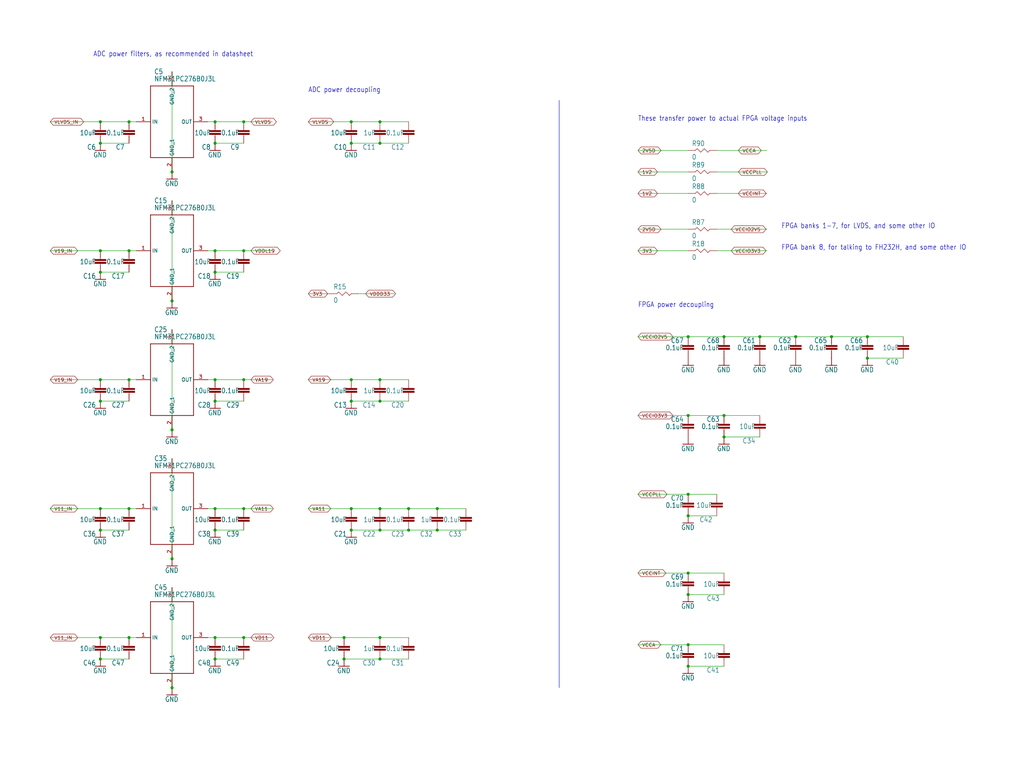
<source format=kicad_sch>
(kicad_sch (version 20231120) (generator "eeschema") (generator_version "8.0")
  (paper "User" 362.864 269.443)
  (lib_symbols
    (symbol "haasoscope_pro_adc_fpga_board-eagle-import:CAPACITOR_0402_N"
      (symbol "CAPACITOR_0402_N_1_0"
        (rectangle (start -2.032 -2.032) (end 2.032 -1.524) (fill (type outline)))
        (rectangle (start -2.032 -1.016) (end 2.032 -0.508) (fill (type outline)))
        (polyline (pts (xy 0 -2.54) (xy 0 -2.032)) (stroke (width 0.1524)))
        (polyline (pts (xy 0 0) (xy 0 -0.508)) (stroke (width 0.1524)))
        (pin passive line (at 0 2.54 270) (length 2.54) (name "1") (number "1"))
        (pin passive line (at 0 -5.08 90) (length 2.54) (name "2") (number "2"))
      )
    )
    (symbol "haasoscope_pro_adc_fpga_board-eagle-import:CAPACITOR_0805_N"
      (symbol "CAPACITOR_0805_N_1_0"
        (rectangle (start -2.032 -2.032) (end 2.032 -1.524) (fill (type outline)))
        (rectangle (start -2.032 -1.016) (end 2.032 -0.508) (fill (type outline)))
        (polyline (pts (xy 0 -2.54) (xy 0 -2.032)) (stroke (width 0.1524)))
        (polyline (pts (xy 0 0) (xy 0 -0.508)) (stroke (width 0.1524)))
        (pin passive line (at 0 2.54 270) (length 2.54) (name "1") (number "1"))
        (pin passive line (at 0 -5.08 90) (length 2.54) (name "2") (number "2"))
      )
    )
    (symbol "haasoscope_pro_adc_fpga_board-eagle-import:GND" (power)
      (symbol "GND_1_0"
        (polyline (pts (xy -1.905 0) (xy 1.905 0)) (stroke (width 0.254)))
        (pin power_in line (at 0 2.54 270) (length 2.54) (name "GND") (number "1"))
      )
    )
    (symbol "haasoscope_pro_adc_fpga_board-eagle-import:NFM31PC276B0J3L"
      (property "Reference" "C" (at 21.59 17.78 0))
      (symbol "NFM31PC276B0J3L_1_0"
        (polyline (pts (xy 5.08 12.7) (xy 5.08 -12.7)) (stroke (width 0.254)))
        (polyline (pts (xy 5.08 12.7) (xy 20.32 12.7)) (stroke (width 0.254)))
        (polyline (pts (xy 20.32 -12.7) (xy 5.08 -12.7)) (stroke (width 0.254)))
        (polyline (pts (xy 20.32 -12.7) (xy 20.32 12.7)) (stroke (width 0.254)))
        (pin bidirectional line (at 0 0 0) (length 5.08) (name "IN") (number "1"))
        (pin bidirectional line (at 12.7 -17.78 90) (length 5.08) (name "GND_1") (number "2"))
        (pin bidirectional line (at 25.4 0 180) (length 5.08) (name "OUT") (number "3"))
        (pin bidirectional line (at 12.7 17.78 270) (length 5.08) (name "GND_2") (number "4"))
      )
    )
    (symbol "haasoscope_pro_adc_fpga_board-eagle-import:RES-0402"
      (property "Reference" "R" (at -3.175 1.27 0))
      (symbol "RES-0402_1_0"
        (polyline (pts (xy -2.54 0) (xy -1.905 0.635)) (stroke (width 0.1524)))
        (polyline (pts (xy -1.905 0.635) (xy -0.635 -0.635)) (stroke (width 0.1524)))
        (polyline (pts (xy -0.635 -0.635) (xy 0.635 0.635)) (stroke (width 0.1524)))
        (polyline (pts (xy 0.635 0.635) (xy 1.905 -0.635)) (stroke (width 0.1524)))
        (polyline (pts (xy 1.905 -0.635) (xy 2.54 0)) (stroke (width 0.1524)))
        (pin bidirectional line (at -5.08 0 0) (length 2.54) (name "P$1") (number "P$1"))
        (pin bidirectional line (at 5.08 0 180) (length 2.54) (name "P$2") (number "P$2"))
      )
    )
    (symbol "haasoscope_pro_adc_fpga_board-eagle-import:supply1_GND" (power)
      (symbol "supply1_GND_1_0"
        (polyline (pts (xy -1.905 0) (xy 1.905 0)) (stroke (width 0.254)))
        (pin power_in line (at 0 2.54 270) (length 2.54) (name "GND") (number "1"))
      )
    )
  )
  (junction (at 307.34 127))
  (junction (at 76.2 96.52))
  (junction (at 86.36 88.9))
  (junction (at 45.72 134.62))
  (junction (at 134.62 226.06))
  (junction (at 256.54 119.38))
  (junction (at 60.96 106.68))
  (junction (at 60.96 152.4))
  (junction (at 243.84 147.32))
  (junction (at 124.46 142.24))
  (junction (at 60.96 198.12))
  (junction (at 124.46 187.96))
  (junction (at 86.36 226.06))
  (junction (at 35.56 134.62))
  (junction (at 76.2 233.68))
  (junction (at 35.56 180.34))
  (junction (at 76.2 134.62))
  (junction (at 76.2 88.9))
  (junction (at 307.34 119.38))
  (junction (at 144.78 180.34))
  (junction (at 76.2 180.34))
  (junction (at 86.36 134.62))
  (junction (at 76.2 187.96))
  (junction (at 76.2 142.24))
  (junction (at 134.62 134.62))
  (junction (at 45.72 43.18))
  (junction (at 134.62 180.34))
  (junction (at 243.84 175.26))
  (junction (at 76.2 50.8))
  (junction (at 281.94 119.38))
  (junction (at 35.56 187.96))
  (junction (at 35.56 226.06))
  (junction (at 35.56 50.8))
  (junction (at 243.84 203.2))
  (junction (at 35.56 233.68))
  (junction (at 121.92 233.68))
  (junction (at 121.92 226.06))
  (junction (at 76.2 226.06))
  (junction (at 60.96 60.96))
  (junction (at 269.24 119.38))
  (junction (at 154.94 187.96))
  (junction (at 144.78 187.96))
  (junction (at 134.62 233.68))
  (junction (at 76.2 43.18))
  (junction (at 124.46 134.62))
  (junction (at 45.72 226.06))
  (junction (at 243.84 182.88))
  (junction (at 45.72 180.34))
  (junction (at 134.62 142.24))
  (junction (at 134.62 50.8))
  (junction (at 35.56 96.52))
  (junction (at 134.62 187.96))
  (junction (at 45.72 88.9))
  (junction (at 243.84 119.38))
  (junction (at 243.84 210.82))
  (junction (at 256.54 147.32))
  (junction (at 243.84 228.6))
  (junction (at 35.56 43.18))
  (junction (at 134.62 43.18))
  (junction (at 294.64 119.38))
  (junction (at 124.46 50.8))
  (junction (at 256.54 154.94))
  (junction (at 154.94 180.34))
  (junction (at 35.56 142.24))
  (junction (at 86.36 180.34))
  (junction (at 35.56 88.9))
  (junction (at 86.36 43.18))
  (junction (at 243.84 236.22))
  (junction (at 124.46 43.18))
  (junction (at 124.46 180.34))
  (junction (at 60.96 243.84))
  (wire (pts (xy 269.24 147.32) (xy 256.54 147.32)) (stroke (width 0.1524)))
  (wire (pts (xy 320.04 119.38) (xy 307.34 119.38)) (stroke (width 0.1524)))
  (wire (pts (xy 45.72 142.24) (xy 35.56 142.24)) (stroke (width 0.1524)))
  (wire (pts (xy 35.56 88.9) (xy 17.78 88.9)) (stroke (width 0.1524)))
  (wire (pts (xy 127 104.14) (xy 139.7 104.14)) (stroke (width 0.1524)))
  (wire (pts (xy 154.94 180.34) (xy 165.1 180.34)) (stroke (width 0.1524)))
  (wire (pts (xy 243.84 210.82) (xy 256.54 210.82)) (stroke (width 0.1524)))
  (wire (pts (xy 271.78 68.58) (xy 254 68.58)) (stroke (width 0.1524)))
  (wire (pts (xy 134.62 226.06) (xy 121.92 226.06)) (stroke (width 0.1524)))
  (wire (pts (xy 269.24 119.38) (xy 256.54 119.38)) (stroke (width 0.1524)))
  (wire (pts (xy 86.36 88.9) (xy 96.52 88.9)) (stroke (width 0.1524)))
  (wire (pts (xy 76.2 43.18) (xy 86.36 43.18)) (stroke (width 0.1524)))
  (wire (pts (xy 134.62 187.96) (xy 144.78 187.96)) (stroke (width 0.1524)))
  (wire (pts (xy 243.84 228.6) (xy 226.06 228.6)) (stroke (width 0.1524)))
  (wire (pts (xy 243.84 203.2) (xy 226.06 203.2)) (stroke (width 0.1524)))
  (wire (pts (xy 60.96 162.56) (xy 60.96 198.12)) (stroke (width 0.1524)))
  (wire (pts (xy 124.46 134.62) (xy 134.62 134.62)) (stroke (width 0.1524)))
  (wire (pts (xy 76.2 134.62) (xy 86.36 134.62)) (stroke (width 0.1524)))
  (wire (pts (xy 45.72 187.96) (xy 35.56 187.96)) (stroke (width 0.1524)))
  (wire (pts (xy 45.72 180.34) (xy 48.26 180.34)) (stroke (width 0.1524)))
  (wire (pts (xy 35.56 43.18) (xy 45.72 43.18)) (stroke (width 0.1524)))
  (wire (pts (xy 124.46 142.24) (xy 134.62 142.24)) (stroke (width 0.1524)))
  (wire (pts (xy 154.94 187.96) (xy 165.1 187.96)) (stroke (width 0.1524)))
  (wire (pts (xy 124.46 43.18) (xy 134.62 43.18)) (stroke (width 0.1524)))
  (wire (pts (xy 134.62 43.18) (xy 144.78 43.18)) (stroke (width 0.1524)))
  (wire (pts (xy 307.34 127) (xy 320.04 127)) (stroke (width 0.1524)))
  (wire (pts (xy 45.72 50.8) (xy 35.56 50.8)) (stroke (width 0.1524)))
  (wire (pts (xy 134.62 142.24) (xy 144.78 142.24)) (stroke (width 0.1524)))
  (wire (pts (xy 243.84 68.58) (xy 226.06 68.58)) (stroke (width 0.1524)))
  (wire (pts (xy 76.2 96.52) (xy 86.36 96.52)) (stroke (width 0.1524)))
  (wire (pts (xy 294.64 119.38) (xy 281.94 119.38)) (stroke (width 0.1524)))
  (wire (pts (xy 35.56 226.06) (xy 17.78 226.06)) (stroke (width 0.1524)))
  (wire (pts (xy 76.2 226.06) (xy 86.36 226.06)) (stroke (width 0.1524)))
  (wire (pts (xy 226.06 147.32) (xy 243.84 147.32)) (stroke (width 0.1524)))
  (wire (pts (xy 124.46 180.34) (xy 109.22 180.34)) (stroke (width 0.1524)))
  (wire (pts (xy 76.2 43.18) (xy 73.66 43.18)) (stroke (width 0.1524)))
  (wire (pts (xy 307.34 119.38) (xy 294.64 119.38)) (stroke (width 0.1524)))
  (wire (pts (xy 121.92 226.06) (xy 109.22 226.06)) (stroke (width 0.1524)))
  (wire (pts (xy 144.78 187.96) (xy 154.94 187.96)) (stroke (width 0.1524)))
  (wire (pts (xy 134.62 226.06) (xy 144.78 226.06)) (stroke (width 0.1524)))
  (wire (pts (xy 76.2 187.96) (xy 86.36 187.96)) (stroke (width 0.1524)))
  (wire (pts (xy 76.2 180.34) (xy 86.36 180.34)) (stroke (width 0.1524)))
  (wire (pts (xy 256.54 236.22) (xy 243.84 236.22)) (stroke (width 0.1524)))
  (wire (pts (xy 76.2 134.62) (xy 73.66 134.62)) (stroke (width 0.1524)))
  (wire (pts (xy 134.62 50.8) (xy 144.78 50.8)) (stroke (width 0.1524)))
  (wire (pts (xy 60.96 71.12) (xy 60.96 106.68)) (stroke (width 0.1524)))
  (wire (pts (xy 243.84 81.28) (xy 226.06 81.28)) (stroke (width 0.1524)))
  (wire (pts (xy 256.54 228.6) (xy 243.84 228.6)) (stroke (width 0.1524)))
  (wire (pts (xy 281.94 119.38) (xy 269.24 119.38)) (stroke (width 0.1524)))
  (wire (pts (xy 76.2 233.68) (xy 86.36 233.68)) (stroke (width 0.1524)))
  (wire (pts (xy 35.56 226.06) (xy 45.72 226.06)) (stroke (width 0.1524)))
  (wire (pts (xy 76.2 142.24) (xy 86.36 142.24)) (stroke (width 0.1524)))
  (wire (pts (xy 134.62 233.68) (xy 144.78 233.68)) (stroke (width 0.1524)))
  (wire (pts (xy 45.72 88.9) (xy 48.26 88.9)) (stroke (width 0.1524)))
  (wire (pts (xy 124.46 180.34) (xy 134.62 180.34)) (stroke (width 0.1524)))
  (wire (pts (xy 76.2 88.9) (xy 73.66 88.9)) (stroke (width 0.1524)))
  (wire (pts (xy 60.96 116.84) (xy 60.96 152.4)) (stroke (width 0.1524)))
  (wire (pts (xy 116.84 104.14) (xy 109.22 104.14)) (stroke (width 0.1524)))
  (wire (pts (xy 35.56 88.9) (xy 45.72 88.9)) (stroke (width 0.1524)))
  (wire (pts (xy 144.78 180.34) (xy 154.94 180.34)) (stroke (width 0.1524)))
  (wire (pts (xy 76.2 180.34) (xy 73.66 180.34)) (stroke (width 0.1524)))
  (wire (pts (xy 35.56 134.62) (xy 45.72 134.62)) (stroke (width 0.1524)))
  (wire (pts (xy 45.72 233.68) (xy 35.56 233.68)) (stroke (width 0.1524)))
  (wire (pts (xy 243.84 60.96) (xy 226.06 60.96)) (stroke (width 0.1524)))
  (wire (pts (xy 243.84 88.9) (xy 226.06 88.9)) (stroke (width 0.1524)))
  (wire (pts (xy 35.56 43.18) (xy 17.78 43.18)) (stroke (width 0.1524)))
  (wire (pts (xy 35.56 180.34) (xy 45.72 180.34)) (stroke (width 0.1524)))
  (wire (pts (xy 256.54 154.94) (xy 269.24 154.94)) (stroke (width 0.1524)))
  (wire (pts (xy 76.2 88.9) (xy 86.36 88.9)) (stroke (width 0.1524)))
  (wire (pts (xy 124.46 50.8) (xy 134.62 50.8)) (stroke (width 0.1524)))
  (wire (pts (xy 271.78 60.96) (xy 254 60.96)) (stroke (width 0.1524)))
  (wire (pts (xy 256.54 119.38) (xy 243.84 119.38)) (stroke (width 0.1524)))
  (wire (pts (xy 271.78 88.9) (xy 254 88.9)) (stroke (width 0.1524)))
  (wire (pts (xy 243.84 119.38) (xy 226.06 119.38)) (stroke (width 0.1524)))
  (polyline (pts (xy 198.12 35.56) (xy 198.12 243.84)) (stroke (width 0.1524) (type solid)))
  (wire (pts (xy 243.84 203.2) (xy 256.54 203.2)) (stroke (width 0.1524)))
  (wire (pts (xy 86.36 43.18) (xy 96.52 43.18)) (stroke (width 0.1524)))
  (wire (pts (xy 254 182.88) (xy 243.84 182.88)) (stroke (width 0.1524)))
  (wire (pts (xy 134.62 233.68) (xy 121.92 233.68)) (stroke (width 0.1524)))
  (wire (pts (xy 256.54 147.32) (xy 243.84 147.32)) (stroke (width 0.1524)))
  (wire (pts (xy 76.2 50.8) (xy 86.36 50.8)) (stroke (width 0.1524)))
  (wire (pts (xy 124.46 134.62) (xy 109.22 134.62)) (stroke (width 0.1524)))
  (wire (pts (xy 243.84 53.34) (xy 226.06 53.34)) (stroke (width 0.1524)))
  (wire (pts (xy 134.62 180.34) (xy 144.78 180.34)) (stroke (width 0.1524)))
  (wire (pts (xy 243.84 175.26) (xy 226.06 175.26)) (stroke (width 0.1524)))
  (wire (pts (xy 124.46 187.96) (xy 134.62 187.96)) (stroke (width 0.1524)))
  (wire (pts (xy 86.36 226.06) (xy 96.52 226.06)) (stroke (width 0.1524)))
  (wire (pts (xy 124.46 43.18) (xy 109.22 43.18)) (stroke (width 0.1524)))
  (wire (pts (xy 86.36 134.62) (xy 96.52 134.62)) (stroke (width 0.1524)))
  (wire (pts (xy 134.62 134.62) (xy 144.78 134.62)) (stroke (width 0.1524)))
  (wire (pts (xy 76.2 226.06) (xy 73.66 226.06)) (stroke (width 0.1524)))
  (wire (pts (xy 86.36 180.34) (xy 96.52 180.34)) (stroke (width 0.1524)))
  (wire (pts (xy 60.96 208.28) (xy 60.96 243.84)) (stroke (width 0.1524)))
  (wire (pts (xy 45.72 134.62) (xy 48.26 134.62)) (stroke (width 0.1524)))
  (wire (pts (xy 60.96 25.4) (xy 60.96 60.96)) (stroke (width 0.1524)))
  (wire (pts (xy 45.72 226.06) (xy 48.26 226.06)) (stroke (width 0.1524)))
  (wire (pts (xy 254 175.26) (xy 243.84 175.26)) (stroke (width 0.1524)))
  (wire (pts (xy 35.56 134.62) (xy 17.78 134.62)) (stroke (width 0.1524)))
  (wire (pts (xy 45.72 43.18) (xy 48.26 43.18)) (stroke (width 0.1524)))
  (wire (pts (xy 271.78 81.28) (xy 254 81.28)) (stroke (width 0.1524)))
  (wire (pts (xy 35.56 180.34) (xy 17.78 180.34)) (stroke (width 0.1524)))
  (wire (pts (xy 271.78 53.34) (xy 254 53.34)) (stroke (width 0.1524)))
  (wire (pts (xy 45.72 96.52) (xy 35.56 96.52)) (stroke (width 0.1524)))
  (text "ADC power decoupling" (at 109.22 33.02 0) (effects (font (size 1.778 1.5113)) (justify left bottom)))
  (text "FPGA power decoupling" (at 226.06 109.22 0) (effects (font (size 1.778 1.5113)) (justify left bottom)))
  (text "These transfer power to actual FPGA voltage inputs" (at 226.06 43.18 0) (effects (font (size 1.778 1.5113)) (justify left bottom)))
  (text "FPGA banks 1-7, for LVDS, and some other IO" (at 276.86 81.28 0) (effects (font (size 1.778 1.5113)) (justify left bottom)))
  (text "ADC power filters, as recommended in datasheet" (at 33.02 20.32 0) (effects (font (size 1.778 1.5113)) (justify left bottom)))
  (text "FPGA bank 8, for talking to FH232H, and some other IO" (at 276.86 88.9 0) (effects (font (size 1.778 1.5113)) (justify left bottom)))
  (global_label "VA19" (shape bidirectional) (at 109.22 134.62 0) (effects (font (size 1.2446 1.2446))) (property "Intersheetrefs" "${INTERSHEET_REFS}" (effects (hide yes))))
  (global_label "VD11" (shape bidirectional) (at 88.9 226.06 0) (effects (font (size 1.2446 1.2446))) (property "Intersheetrefs" "${INTERSHEET_REFS}" (effects (hide yes))))
  (global_label "VCCPLL" (shape bidirectional) (at 226.06 175.26 0) (effects (font (size 1.2446 1.2446))) (property "Intersheetrefs" "${INTERSHEET_REFS}" (effects (hide yes))))
  (global_label "VCCIO3V3" (shape bidirectional) (at 259.08 88.9 0) (effects (font (size 1.2446 1.2446))) (property "Intersheetrefs" "${INTERSHEET_REFS}" (effects (hide yes))))
  (global_label "VCCINT" (shape bidirectional) (at 226.06 203.2 0) (effects (font (size 1.2446 1.2446))) (property "Intersheetrefs" "${INTERSHEET_REFS}" (effects (hide yes))))
  (global_label "VLVDS_IN" (shape bidirectional) (at 17.78 43.18 0) (effects (font (size 1.2446 1.2446))) (property "Intersheetrefs" "${INTERSHEET_REFS}" (effects (hide yes))))
  (global_label "VCCA" (shape bidirectional) (at 226.06 228.6 0) (effects (font (size 1.2446 1.2446))) (property "Intersheetrefs" "${INTERSHEET_REFS}" (effects (hide yes))))
  (global_label "VA11" (shape bidirectional) (at 109.22 180.34 0) (effects (font (size 1.2446 1.2446))) (property "Intersheetrefs" "${INTERSHEET_REFS}" (effects (hide yes))))
  (global_label "V19_IN" (shape bidirectional) (at 17.78 134.62 0) (effects (font (size 1.2446 1.2446))) (property "Intersheetrefs" "${INTERSHEET_REFS}" (effects (hide yes))))
  (global_label "VCCA" (shape bidirectional) (at 261.62 53.34 0) (effects (font (size 1.2446 1.2446))) (property "Intersheetrefs" "${INTERSHEET_REFS}" (effects (hide yes))))
  (global_label "1V2" (shape bidirectional) (at 226.06 60.96 0) (effects (font (size 1.2446 1.2446))) (property "Intersheetrefs" "${INTERSHEET_REFS}" (effects (hide yes))))
  (global_label "VCCIO3V3" (shape bidirectional) (at 226.06 147.32 0) (effects (font (size 1.2446 1.2446))) (property "Intersheetrefs" "${INTERSHEET_REFS}" (effects (hide yes))))
  (global_label "VLVDS" (shape bidirectional) (at 88.9 43.18 0) (effects (font (size 1.2446 1.2446))) (property "Intersheetrefs" "${INTERSHEET_REFS}" (effects (hide yes))))
  (global_label "VLVDS" (shape bidirectional) (at 109.22 43.18 0) (effects (font (size 1.2446 1.2446))) (property "Intersheetrefs" "${INTERSHEET_REFS}" (effects (hide yes))))
  (global_label "1V2" (shape bidirectional) (at 226.06 68.58 0) (effects (font (size 1.2446 1.2446))) (property "Intersheetrefs" "${INTERSHEET_REFS}" (effects (hide yes))))
  (global_label "VDDL19" (shape bidirectional) (at 88.9 88.9 0) (effects (font (size 1.2446 1.2446))) (property "Intersheetrefs" "${INTERSHEET_REFS}" (effects (hide yes))))
  (global_label "2V5D" (shape bidirectional) (at 226.06 81.28 0) (effects (font (size 1.2446 1.2446))) (property "Intersheetrefs" "${INTERSHEET_REFS}" (effects (hide yes))))
  (global_label "V11_IN" (shape bidirectional) (at 17.78 226.06 0) (effects (font (size 1.2446 1.2446))) (property "Intersheetrefs" "${INTERSHEET_REFS}" (effects (hide yes))))
  (global_label "3V3" (shape bidirectional) (at 109.22 104.14 0) (effects (font (size 1.2446 1.2446))) (property "Intersheetrefs" "${INTERSHEET_REFS}" (effects (hide yes))))
  (global_label "3V3" (shape bidirectional) (at 226.06 88.9 0) (effects (font (size 1.2446 1.2446))) (property "Intersheetrefs" "${INTERSHEET_REFS}" (effects (hide yes))))
  (global_label "2V5D" (shape bidirectional) (at 226.06 53.34 0) (effects (font (size 1.2446 1.2446))) (property "Intersheetrefs" "${INTERSHEET_REFS}" (effects (hide yes))))
  (global_label "VDDD33" (shape bidirectional) (at 129.54 104.14 0) (effects (font (size 1.2446 1.2446))) (property "Intersheetrefs" "${INTERSHEET_REFS}" (effects (hide yes))))
  (global_label "VD11" (shape bidirectional) (at 109.22 226.06 0) (effects (font (size 1.2446 1.2446))) (property "Intersheetrefs" "${INTERSHEET_REFS}" (effects (hide yes))))
  (global_label "VA19" (shape bidirectional) (at 88.9 134.62 0) (effects (font (size 1.2446 1.2446))) (property "Intersheetrefs" "${INTERSHEET_REFS}" (effects (hide yes))))
  (global_label "VA11" (shape bidirectional) (at 88.9 180.34 0) (effects (font (size 1.2446 1.2446))) (property "Intersheetrefs" "${INTERSHEET_REFS}" (effects (hide yes))))
  (global_label "V11_IN" (shape bidirectional) (at 17.78 180.34 0) (effects (font (size 1.2446 1.2446))) (property "Intersheetrefs" "${INTERSHEET_REFS}" (effects (hide yes))))
  (global_label "VCCINT" (shape bidirectional) (at 261.62 68.58 0) (effects (font (size 1.2446 1.2446))) (property "Intersheetrefs" "${INTERSHEET_REFS}" (effects (hide yes))))
  (global_label "VCCIO2V5" (shape bidirectional) (at 259.08 81.28 0) (effects (font (size 1.2446 1.2446))) (property "Intersheetrefs" "${INTERSHEET_REFS}" (effects (hide yes))))
  (global_label "VCCPLL" (shape bidirectional) (at 261.62 60.96 0) (effects (font (size 1.2446 1.2446))) (property "Intersheetrefs" "${INTERSHEET_REFS}" (effects (hide yes))))
  (global_label "V19_IN" (shape bidirectional) (at 17.78 88.9 0) (effects (font (size 1.2446 1.2446))) (property "Intersheetrefs" "${INTERSHEET_REFS}" (effects (hide yes))))
  (global_label "VCCIO2V5" (shape bidirectional) (at 226.06 119.38 0) (effects (font (size 1.2446 1.2446))) (property "Intersheetrefs" "${INTERSHEET_REFS}" (effects (hide yes))))
  (symbol (lib_id "haasoscope_pro_adc_fpga_board-eagle-import:CAPACITOR_0402_N") (at 86.36 48.26 180) (unit 1)
    (property "Reference" "C9" (at 84.836 51.181 0) (effects (font (size 1.778 1.5113)) (justify left bottom)))
    (property "Value" "0.1uF" (at 84.836 46.101 0) (effects (font (size 1.778 1.5113)) (justify left bottom)))
    (property "Footprint" "haasoscope_pro_adc_fpga_board:RESC0402_N" (effects (hide yes)))
  )
  (symbol (lib_id "haasoscope_pro_adc_fpga_board-eagle-import:CAPACITOR_0805_N") (at 35.56 48.26 180) (unit 1)
    (property "Reference" "C6" (at 34.036 51.181 0) (effects (font (size 1.778 1.5113)) (justify left bottom)))
    (property "Value" "10uF" (at 34.036 46.101 0) (effects (font (size 1.778 1.5113)) (justify left bottom)))
    (property "Footprint" "haasoscope_pro_adc_fpga_board:RESC0805_N" (effects (hide yes)))
  )
  (symbol (lib_id "haasoscope_pro_adc_fpga_board-eagle-import:CAPACITOR_0805_N") (at 35.56 231.14 180) (unit 1)
    (property "Reference" "C46" (at 34.036 234.061 0) (effects (font (size 1.778 1.5113)) (justify left bottom)))
    (property "Value" "10uF" (at 34.036 228.981 0) (effects (font (size 1.778 1.5113)) (justify left bottom)))
    (property "Footprint" "haasoscope_pro_adc_fpga_board:RESC0805_N" (effects (hide yes)))
  )
  (symbol (lib_id "haasoscope_pro_adc_fpga_board-eagle-import:CAPACITOR_0402_N") (at 86.36 93.98 180) (unit 1)
    (property "Reference" "C19" (at 84.836 96.901 0) (effects (font (size 1.778 1.5113)) (justify left bottom)))
    (property "Value" "0.1uF" (at 84.836 91.821 0) (effects (font (size 1.778 1.5113)) (justify left bottom)))
    (property "Footprint" "haasoscope_pro_adc_fpga_board:RESC0402_N" (effects (hide yes)))
  )
  (symbol (lib_id "haasoscope_pro_adc_fpga_board-eagle-import:CAPACITOR_0805_N") (at 269.24 152.4 180) (unit 1)
    (property "Reference" "C34" (at 267.716 155.321 0) (effects (font (size 1.778 1.5113)) (justify left bottom)))
    (property "Value" "10uF" (at 267.716 150.241 0) (effects (font (size 1.778 1.5113)) (justify left bottom)))
    (property "Footprint" "haasoscope_pro_adc_fpga_board:RESC0805_N" (effects (hide yes)))
  )
  (symbol (lib_id "haasoscope_pro_adc_fpga_board-eagle-import:CAPACITOR_0402_N") (at 256.54 152.4 180) (unit 1)
    (property "Reference" "C63" (at 255.016 147.701 0) (effects (font (size 1.778 1.5113)) (justify left bottom)))
    (property "Value" "0.1uF" (at 255.016 150.241 0) (effects (font (size 1.778 1.5113)) (justify left bottom)))
    (property "Footprint" "haasoscope_pro_adc_fpga_board:RESC0402_N" (effects (hide yes)))
  )
  (symbol (lib_id "haasoscope_pro_adc_fpga_board-eagle-import:CAPACITOR_0402_N") (at 134.62 231.14 180) (unit 1)
    (property "Reference" "C30" (at 133.096 234.061 0) (effects (font (size 1.778 1.5113)) (justify left bottom)))
    (property "Value" "1uF" (at 133.096 228.981 0) (effects (font (size 1.778 1.5113)) (justify left bottom)))
    (property "Footprint" "haasoscope_pro_adc_fpga_board:RESC0402_N" (effects (hide yes)))
  )
  (symbol (lib_id "haasoscope_pro_adc_fpga_board-eagle-import:CAPACITOR_0402_N") (at 134.62 48.26 180) (unit 1)
    (property "Reference" "C11" (at 133.096 51.181 0) (effects (font (size 1.778 1.5113)) (justify left bottom)))
    (property "Value" "1uF" (at 133.096 46.101 0) (effects (font (size 1.778 1.5113)) (justify left bottom)))
    (property "Footprint" "haasoscope_pro_adc_fpga_board:RESC0402_N" (effects (hide yes)))
  )
  (symbol (lib_id "haasoscope_pro_adc_fpga_board-eagle-import:CAPACITOR_0805_N") (at 76.2 185.42 180) (unit 1)
    (property "Reference" "C38" (at 74.676 188.341 0) (effects (font (size 1.778 1.5113)) (justify left bottom)))
    (property "Value" "10uF" (at 74.676 183.261 0) (effects (font (size 1.778 1.5113)) (justify left bottom)))
    (property "Footprint" "haasoscope_pro_adc_fpga_board:RESC0805_N" (effects (hide yes)))
  )
  (symbol (lib_id "haasoscope_pro_adc_fpga_board-eagle-import:RES-0402") (at 248.92 53.34 0) (unit 1)
    (property "Reference" "R90" (at 245.11 51.8414 0) (effects (font (size 1.778 1.5113)) (justify left bottom)))
    (property "Value" "0" (at 245.11 56.642 0) (effects (font (size 1.778 1.5113)) (justify left bottom)))
    (property "Footprint" "haasoscope_pro_adc_fpga_board:RES-0402" (effects (hide yes)))
  )
  (symbol (lib_id "haasoscope_pro_adc_fpga_board-eagle-import:GND") (at 124.46 190.5 0) (unit 1)
    (property "Reference" "#GND050" (effects (hide yes)))
    (property "Value" "GND" (at 121.92 193.04 0) (effects (font (size 1.778 1.5113)) (justify left bottom)))
  )
  (symbol (lib_id "haasoscope_pro_adc_fpga_board-eagle-import:CAPACITOR_0805_N") (at 320.04 124.46 180) (unit 1)
    (property "Reference" "C40" (at 318.516 127.381 0) (effects (font (size 1.778 1.5113)) (justify left bottom)))
    (property "Value" "10uF" (at 318.516 122.301 0) (effects (font (size 1.778 1.5113)) (justify left bottom)))
    (property "Footprint" "haasoscope_pro_adc_fpga_board:RESC0805_N" (effects (hide yes)))
  )
  (symbol (lib_id "haasoscope_pro_adc_fpga_board-eagle-import:GND") (at 35.56 99.06 0) (unit 1)
    (property "Reference" "#GND09" (effects (hide yes)))
    (property "Value" "GND" (at 33.02 101.6 0) (effects (font (size 1.778 1.5113)) (justify left bottom)))
  )
  (symbol (lib_id "haasoscope_pro_adc_fpga_board-eagle-import:supply1_GND") (at 243.84 129.54 0) (unit 1)
    (property "Reference" "#GND084" (effects (hide yes)))
    (property "Value" "GND" (at 241.3 132.08 0) (effects (font (size 1.778 1.5113)) (justify left bottom)))
  )
  (symbol (lib_id "haasoscope_pro_adc_fpga_board-eagle-import:CAPACITOR_0402_N") (at 243.84 152.4 180) (unit 1)
    (property "Reference" "C64" (at 242.316 147.701 0) (effects (font (size 1.778 1.5113)) (justify left bottom)))
    (property "Value" "0.1uF" (at 242.316 150.241 0) (effects (font (size 1.778 1.5113)) (justify left bottom)))
    (property "Footprint" "haasoscope_pro_adc_fpga_board:RESC0402_N" (effects (hide yes)))
  )
  (symbol (lib_id "haasoscope_pro_adc_fpga_board-eagle-import:GND") (at 76.2 99.06 0) (unit 1)
    (property "Reference" "#GND011" (effects (hide yes)))
    (property "Value" "GND" (at 73.66 101.6 0) (effects (font (size 1.778 1.5113)) (justify left bottom)))
  )
  (symbol (lib_id "haasoscope_pro_adc_fpga_board-eagle-import:CAPACITOR_0402_N") (at 144.78 185.42 180) (unit 1)
    (property "Reference" "C23" (at 143.256 188.341 0) (effects (font (size 1.778 1.5113)) (justify left bottom)))
    (property "Value" "0.1uF" (at 143.256 183.261 0) (effects (font (size 1.778 1.5113)) (justify left bottom)))
    (property "Footprint" "haasoscope_pro_adc_fpga_board:RESC0402_N" (effects (hide yes)))
  )
  (symbol (lib_id "haasoscope_pro_adc_fpga_board-eagle-import:GND") (at 60.96 246.38 0) (unit 1)
    (property "Reference" "#GND028" (effects (hide yes)))
    (property "Value" "GND" (at 58.42 248.92 0) (effects (font (size 1.778 1.5113)) (justify left bottom)))
  )
  (symbol (lib_id "haasoscope_pro_adc_fpga_board-eagle-import:supply1_GND") (at 256.54 129.54 0) (unit 1)
    (property "Reference" "#GND085" (effects (hide yes)))
    (property "Value" "GND" (at 254 132.08 0) (effects (font (size 1.778 1.5113)) (justify left bottom)))
  )
  (symbol (lib_id "haasoscope_pro_adc_fpga_board-eagle-import:supply1_GND") (at 243.84 213.36 0) (unit 1)
    (property "Reference" "#GND086" (effects (hide yes)))
    (property "Value" "GND" (at 241.3 215.9 0) (effects (font (size 1.778 1.5113)) (justify left bottom)))
  )
  (symbol (lib_id "haasoscope_pro_adc_fpga_board-eagle-import:supply1_GND") (at 269.24 129.54 0) (unit 1)
    (property "Reference" "#GND078" (effects (hide yes)))
    (property "Value" "GND" (at 266.7 132.08 0) (effects (font (size 1.778 1.5113)) (justify left bottom)))
  )
  (symbol (lib_id "haasoscope_pro_adc_fpga_board-eagle-import:supply1_GND") (at 243.84 185.42 0) (unit 1)
    (property "Reference" "#GND087" (effects (hide yes)))
    (property "Value" "GND" (at 241.3 187.96 0) (effects (font (size 1.778 1.5113)) (justify left bottom)))
  )
  (symbol (lib_id "haasoscope_pro_adc_fpga_board-eagle-import:GND") (at 60.96 63.5 0) (unit 1)
    (property "Reference" "#GND04" (effects (hide yes)))
    (property "Value" "GND" (at 58.42 66.04 0) (effects (font (size 1.778 1.5113)) (justify left bottom)))
  )
  (symbol (lib_id "haasoscope_pro_adc_fpga_board-eagle-import:NFM31PC276B0J3L") (at 48.26 43.18 0) (unit 1)
    (property "Reference" "C5" (at 54.61 25.4 0) (effects (font (size 1.778 1.5113)) (justify left)))
    (property "Value" "NFM31PC276B0J3L" (at 54.61 27.94 0) (effects (font (size 1.778 1.5113)) (justify left)))
    (property "Footprint" "haasoscope_pro_adc_fpga_board:NFM31HK103R1H3L" (effects (hide yes)))
  )
  (symbol (lib_id "haasoscope_pro_adc_fpga_board-eagle-import:CAPACITOR_0402_N") (at 86.36 231.14 180) (unit 1)
    (property "Reference" "C49" (at 84.836 234.061 0) (effects (font (size 1.778 1.5113)) (justify left bottom)))
    (property "Value" "0.1uF" (at 84.836 228.981 0) (effects (font (size 1.778 1.5113)) (justify left bottom)))
    (property "Footprint" "haasoscope_pro_adc_fpga_board:RESC0402_N" (effects (hide yes)))
  )
  (symbol (lib_id "haasoscope_pro_adc_fpga_board-eagle-import:RES-0402") (at 248.92 60.96 0) (unit 1)
    (property "Reference" "R89" (at 245.11 59.4614 0) (effects (font (size 1.778 1.5113)) (justify left bottom)))
    (property "Value" "0" (at 245.11 64.262 0) (effects (font (size 1.778 1.5113)) (justify left bottom)))
    (property "Footprint" "haasoscope_pro_adc_fpga_board:RES-0402" (effects (hide yes)))
  )
  (symbol (lib_id "haasoscope_pro_adc_fpga_board-eagle-import:supply1_GND") (at 281.94 129.54 0) (unit 1)
    (property "Reference" "#GND079" (effects (hide yes)))
    (property "Value" "GND" (at 279.4 132.08 0) (effects (font (size 1.778 1.5113)) (justify left bottom)))
  )
  (symbol (lib_id "haasoscope_pro_adc_fpga_board-eagle-import:GND") (at 35.56 190.5 0) (unit 1)
    (property "Reference" "#GND021" (effects (hide yes)))
    (property "Value" "GND" (at 33.02 193.04 0) (effects (font (size 1.778 1.5113)) (justify left bottom)))
  )
  (symbol (lib_id "haasoscope_pro_adc_fpga_board-eagle-import:CAPACITOR_0402_N") (at 45.72 93.98 180) (unit 1)
    (property "Reference" "C17" (at 44.196 96.901 0) (effects (font (size 1.778 1.5113)) (justify left bottom)))
    (property "Value" "0.1uF" (at 44.196 91.821 0) (effects (font (size 1.778 1.5113)) (justify left bottom)))
    (property "Footprint" "haasoscope_pro_adc_fpga_board:RESC0402_N" (effects (hide yes)))
  )
  (symbol (lib_id "haasoscope_pro_adc_fpga_board-eagle-import:CAPACITOR_0402_N") (at 243.84 124.46 180) (unit 1)
    (property "Reference" "C67" (at 242.316 119.761 0) (effects (font (size 1.778 1.5113)) (justify left bottom)))
    (property "Value" "0.1uF" (at 242.316 122.301 0) (effects (font (size 1.778 1.5113)) (justify left bottom)))
    (property "Footprint" "haasoscope_pro_adc_fpga_board:RESC0402_N" (effects (hide yes)))
  )
  (symbol (lib_id "haasoscope_pro_adc_fpga_board-eagle-import:CAPACITOR_0402_N") (at 243.84 233.68 180) (unit 1)
    (property "Reference" "C71" (at 242.316 228.981 0) (effects (font (size 1.778 1.5113)) (justify left bottom)))
    (property "Value" "0.1uF" (at 242.316 231.521 0) (effects (font (size 1.778 1.5113)) (justify left bottom)))
    (property "Footprint" "haasoscope_pro_adc_fpga_board:RESC0402_N" (effects (hide yes)))
  )
  (symbol (lib_id "haasoscope_pro_adc_fpga_board-eagle-import:CAPACITOR_0402_N") (at 45.72 48.26 180) (unit 1)
    (property "Reference" "C7" (at 44.196 51.181 0) (effects (font (size 1.778 1.5113)) (justify left bottom)))
    (property "Value" "0.1uF" (at 44.196 46.101 0) (effects (font (size 1.778 1.5113)) (justify left bottom)))
    (property "Footprint" "haasoscope_pro_adc_fpga_board:RESC0402_N" (effects (hide yes)))
  )
  (symbol (lib_id "haasoscope_pro_adc_fpga_board-eagle-import:GND") (at 124.46 144.78 0) (unit 1)
    (property "Reference" "#GND049" (effects (hide yes)))
    (property "Value" "GND" (at 121.92 147.32 0) (effects (font (size 1.778 1.5113)) (justify left bottom)))
  )
  (symbol (lib_id "haasoscope_pro_adc_fpga_board-eagle-import:GND") (at 35.56 236.22 0) (unit 1)
    (property "Reference" "#GND027" (effects (hide yes)))
    (property "Value" "GND" (at 33.02 238.76 0) (effects (font (size 1.778 1.5113)) (justify left bottom)))
  )
  (symbol (lib_id "haasoscope_pro_adc_fpga_board-eagle-import:CAPACITOR_0805_N") (at 76.2 139.7 180) (unit 1)
    (property "Reference" "C28" (at 74.676 142.621 0) (effects (font (size 1.778 1.5113)) (justify left bottom)))
    (property "Value" "10uF" (at 74.676 137.541 0) (effects (font (size 1.778 1.5113)) (justify left bottom)))
    (property "Footprint" "haasoscope_pro_adc_fpga_board:RESC0805_N" (effects (hide yes)))
  )
  (symbol (lib_id "haasoscope_pro_adc_fpga_board-eagle-import:GND") (at 76.2 236.22 0) (unit 1)
    (property "Reference" "#GND029" (effects (hide yes)))
    (property "Value" "GND" (at 73.66 238.76 0) (effects (font (size 1.778 1.5113)) (justify left bottom)))
  )
  (symbol (lib_id "haasoscope_pro_adc_fpga_board-eagle-import:CAPACITOR_0805_N") (at 124.46 48.26 180) (unit 1)
    (property "Reference" "C10" (at 122.936 51.181 0) (effects (font (size 1.778 1.5113)) (justify left bottom)))
    (property "Value" "10uF" (at 122.936 46.101 0) (effects (font (size 1.778 1.5113)) (justify left bottom)))
    (property "Footprint" "haasoscope_pro_adc_fpga_board:RESC0805_N" (effects (hide yes)))
  )
  (symbol (lib_id "haasoscope_pro_adc_fpga_board-eagle-import:supply1_GND") (at 307.34 129.54 0) (unit 1)
    (property "Reference" "#GND083" (effects (hide yes)))
    (property "Value" "GND" (at 304.8 132.08 0) (effects (font (size 1.778 1.5113)) (justify left bottom)))
  )
  (symbol (lib_id "haasoscope_pro_adc_fpga_board-eagle-import:CAPACITOR_0805_N") (at 76.2 93.98 180) (unit 1)
    (property "Reference" "C18" (at 74.676 96.901 0) (effects (font (size 1.778 1.5113)) (justify left bottom)))
    (property "Value" "10uF" (at 74.676 91.821 0) (effects (font (size 1.778 1.5113)) (justify left bottom)))
    (property "Footprint" "haasoscope_pro_adc_fpga_board:RESC0805_N" (effects (hide yes)))
  )
  (symbol (lib_id "haasoscope_pro_adc_fpga_board-eagle-import:supply1_GND") (at 256.54 157.48 0) (unit 1)
    (property "Reference" "#GND080" (effects (hide yes)))
    (property "Value" "GND" (at 254 160.02 0) (effects (font (size 1.778 1.5113)) (justify left bottom)))
  )
  (symbol (lib_id "haasoscope_pro_adc_fpga_board-eagle-import:GND") (at 35.56 53.34 0) (unit 1)
    (property "Reference" "#GND03" (effects (hide yes)))
    (property "Value" "GND" (at 33.02 55.88 0) (effects (font (size 1.778 1.5113)) (justify left bottom)))
  )
  (symbol (lib_id "haasoscope_pro_adc_fpga_board-eagle-import:supply1_GND") (at 294.64 129.54 0) (unit 1)
    (property "Reference" "#GND082" (effects (hide yes)))
    (property "Value" "GND" (at 292.1 132.08 0) (effects (font (size 1.778 1.5113)) (justify left bottom)))
  )
  (symbol (lib_id "haasoscope_pro_adc_fpga_board-eagle-import:CAPACITOR_0805_N") (at 35.56 185.42 180) (unit 1)
    (property "Reference" "C36" (at 34.036 188.341 0) (effects (font (size 1.778 1.5113)) (justify left bottom)))
    (property "Value" "10uF" (at 34.036 183.261 0) (effects (font (size 1.778 1.5113)) (justify left bottom)))
    (property "Footprint" "haasoscope_pro_adc_fpga_board:RESC0805_N" (effects (hide yes)))
  )
  (symbol (lib_id "haasoscope_pro_adc_fpga_board-eagle-import:RES-0402") (at 121.92 104.14 0) (unit 1)
    (property "Reference" "R15" (at 118.11 102.6414 0) (effects (font (size 1.778 1.5113)) (justify left bottom)))
    (property "Value" "0" (at 118.11 107.442 0) (effects (font (size 1.778 1.5113)) (justify left bottom)))
    (property "Footprint" "haasoscope_pro_adc_fpga_board:RES-0402" (effects (hide yes)))
  )
  (symbol (lib_id "haasoscope_pro_adc_fpga_board-eagle-import:CAPACITOR_0402_N") (at 134.62 139.7 180) (unit 1)
    (property "Reference" "C14" (at 133.096 142.621 0) (effects (font (size 1.778 1.5113)) (justify left bottom)))
    (property "Value" "1uF" (at 133.096 137.541 0) (effects (font (size 1.778 1.5113)) (justify left bottom)))
    (property "Footprint" "haasoscope_pro_adc_fpga_board:RESC0402_N" (effects (hide yes)))
  )
  (symbol (lib_id "haasoscope_pro_adc_fpga_board-eagle-import:CAPACITOR_0805_N") (at 256.54 208.28 180) (unit 1)
    (property "Reference" "C43" (at 255.016 211.201 0) (effects (font (size 1.778 1.5113)) (justify left bottom)))
    (property "Value" "10uF" (at 255.016 206.121 0) (effects (font (size 1.778 1.5113)) (justify left bottom)))
    (property "Footprint" "haasoscope_pro_adc_fpga_board:RESC0805_N" (effects (hide yes)))
  )
  (symbol (lib_id "haasoscope_pro_adc_fpga_board-eagle-import:CAPACITOR_0805_N") (at 124.46 185.42 180) (unit 1)
    (property "Reference" "C21" (at 122.936 188.341 0) (effects (font (size 1.778 1.5113)) (justify left bottom)))
    (property "Value" "10uF" (at 122.936 183.261 0) (effects (font (size 1.778 1.5113)) (justify left bottom)))
    (property "Footprint" "haasoscope_pro_adc_fpga_board:RESC0805_N" (effects (hide yes)))
  )
  (symbol (lib_id "haasoscope_pro_adc_fpga_board-eagle-import:GND") (at 121.92 236.22 0) (unit 1)
    (property "Reference" "#GND051" (effects (hide yes)))
    (property "Value" "GND" (at 119.38 238.76 0) (effects (font (size 1.778 1.5113)) (justify left bottom)))
  )
  (symbol (lib_id "haasoscope_pro_adc_fpga_board-eagle-import:RES-0402") (at 248.92 68.58 0) (unit 1)
    (property "Reference" "R88" (at 245.11 67.0814 0) (effects (font (size 1.778 1.5113)) (justify left bottom)))
    (property "Value" "0" (at 245.11 71.882 0) (effects (font (size 1.778 1.5113)) (justify left bottom)))
    (property "Footprint" "haasoscope_pro_adc_fpga_board:RES-0402" (effects (hide yes)))
  )
  (symbol (lib_id "haasoscope_pro_adc_fpga_board-eagle-import:CAPACITOR_0402_N") (at 269.24 124.46 180) (unit 1)
    (property "Reference" "C61" (at 267.716 119.761 0) (effects (font (size 1.778 1.5113)) (justify left bottom)))
    (property "Value" "0.1uF" (at 267.716 122.301 0) (effects (font (size 1.778 1.5113)) (justify left bottom)))
    (property "Footprint" "haasoscope_pro_adc_fpga_board:RESC0402_N" (effects (hide yes)))
  )
  (symbol (lib_id "haasoscope_pro_adc_fpga_board-eagle-import:CAPACITOR_0402_N") (at 45.72 185.42 180) (unit 1)
    (property "Reference" "C37" (at 44.196 188.341 0) (effects (font (size 1.778 1.5113)) (justify left bottom)))
    (property "Value" "0.1uF" (at 44.196 183.261 0) (effects (font (size 1.778 1.5113)) (justify left bottom)))
    (property "Footprint" "haasoscope_pro_adc_fpga_board:RESC0402_N" (effects (hide yes)))
  )
  (symbol (lib_id "haasoscope_pro_adc_fpga_board-eagle-import:CAPACITOR_0402_N") (at 86.36 185.42 180) (unit 1)
    (property "Reference" "C39" (at 84.836 188.341 0) (effects (font (size 1.778 1.5113)) (justify left bottom)))
    (property "Value" "0.1uF" (at 84.836 183.261 0) (effects (font (size 1.778 1.5113)) (justify left bottom)))
    (property "Footprint" "haasoscope_pro_adc_fpga_board:RESC0402_N" (effects (hide yes)))
  )
  (symbol (lib_id "haasoscope_pro_adc_fpga_board-eagle-import:NFM31PC276B0J3L") (at 48.26 88.9 0) (unit 1)
    (property "Reference" "C15" (at 54.61 71.12 0) (effects (font (size 1.778 1.5113)) (justify left)))
    (property "Value" "NFM31PC276B0J3L" (at 54.61 73.66 0) (effects (font (size 1.778 1.5113)) (justify left)))
    (property "Footprint" "haasoscope_pro_adc_fpga_board:NFM31HK103R1H3L" (effects (hide yes)))
  )
  (symbol (lib_id "haasoscope_pro_adc_fpga_board-eagle-import:GND") (at 60.96 200.66 0) (unit 1)
    (property "Reference" "#GND022" (effects (hide yes)))
    (property "Value" "GND" (at 58.42 203.2 0) (effects (font (size 1.778 1.5113)) (justify left bottom)))
  )
  (symbol (lib_id "haasoscope_pro_adc_fpga_board-eagle-import:GND") (at 76.2 53.34 0) (unit 1)
    (property "Reference" "#GND05" (effects (hide yes)))
    (property "Value" "GND" (at 73.66 55.88 0) (effects (font (size 1.778 1.5113)) (justify left bottom)))
  )
  (symbol (lib_id "haasoscope_pro_adc_fpga_board-eagle-import:RES-0402") (at 248.92 88.9 0) (unit 1)
    (property "Reference" "R18" (at 245.11 87.4014 0) (effects (font (size 1.778 1.5113)) (justify left bottom)))
    (property "Value" "0" (at 245.11 92.202 0) (effects (font (size 1.778 1.5113)) (justify left bottom)))
    (property "Footprint" "haasoscope_pro_adc_fpga_board:RES-0402" (effects (hide yes)))
  )
  (symbol (lib_id "haasoscope_pro_adc_fpga_board-eagle-import:CAPACITOR_0805_N") (at 121.92 231.14 180) (unit 1)
    (property "Reference" "C24" (at 120.396 234.061 0) (effects (font (size 1.778 1.5113)) (justify left bottom)))
    (property "Value" "10uF" (at 120.396 228.981 0) (effects (font (size 1.778 1.5113)) (justify left bottom)))
    (property "Footprint" "haasoscope_pro_adc_fpga_board:RESC0805_N" (effects (hide yes)))
  )
  (symbol (lib_id "haasoscope_pro_adc_fpga_board-eagle-import:CAPACITOR_0402_N") (at 243.84 180.34 180) (unit 1)
    (property "Reference" "C70" (at 242.316 175.641 0) (effects (font (size 1.778 1.5113)) (justify left bottom)))
    (property "Value" "0.1uF" (at 242.316 178.181 0) (effects (font (size 1.778 1.5113)) (justify left bottom)))
    (property "Footprint" "haasoscope_pro_adc_fpga_board:RESC0402_N" (effects (hide yes)))
  )
  (symbol (lib_id "haasoscope_pro_adc_fpga_board-eagle-import:CAPACITOR_0402_N") (at 154.94 185.42 180) (unit 1)
    (property "Reference" "C32" (at 153.416 188.341 0) (effects (font (size 1.778 1.5113)) (justify left bottom)))
    (property "Value" "1uF" (at 153.416 183.261 0) (effects (font (size 1.778 1.5113)) (justify left bottom)))
    (property "Footprint" "haasoscope_pro_adc_fpga_board:RESC0402_N" (effects (hide yes)))
  )
  (symbol (lib_id "haasoscope_pro_adc_fpga_board-eagle-import:GND") (at 76.2 144.78 0) (unit 1)
    (property "Reference" "#GND017" (effects (hide yes)))
    (property "Value" "GND" (at 73.66 147.32 0) (effects (font (size 1.778 1.5113)) (justify left bottom)))
  )
  (symbol (lib_id "haasoscope_pro_adc_fpga_board-eagle-import:CAPACITOR_0805_N") (at 76.2 48.26 180) (unit 1)
    (property "Reference" "C8" (at 74.676 51.181 0) (effects (font (size 1.778 1.5113)) (justify left bottom)))
    (property "Value" "10uF" (at 74.676 46.101 0) (effects (font (size 1.778 1.5113)) (justify left bottom)))
    (property "Footprint" "haasoscope_pro_adc_fpga_board:RESC0805_N" (effects (hide yes)))
  )
  (symbol (lib_id "haasoscope_pro_adc_fpga_board-eagle-import:CAPACITOR_0805_N") (at 35.56 139.7 180) (unit 1)
    (property "Reference" "C26" (at 34.036 142.621 0) (effects (font (size 1.778 1.5113)) (justify left bottom)))
    (property "Value" "10uF" (at 34.036 137.541 0) (effects (font (size 1.778 1.5113)) (justify left bottom)))
    (property "Footprint" "haasoscope_pro_adc_fpga_board:RESC0805_N" (effects (hide yes)))
  )
  (symbol (lib_id "haasoscope_pro_adc_fpga_board-eagle-import:NFM31PC276B0J3L") (at 48.26 226.06 0) (unit 1)
    (property "Reference" "C45" (at 54.61 208.28 0) (effects (font (size 1.778 1.5113)) (justify left)))
    (property "Value" "NFM31PC276B0J3L" (at 54.61 210.82 0) (effects (font (size 1.778 1.5113)) (justify left)))
    (property "Footprint" "haasoscope_pro_adc_fpga_board:NFM31HK103R1H3L" (effects (hide yes)))
  )
  (symbol (lib_id "haasoscope_pro_adc_fpga_board-eagle-import:CAPACITOR_0402_N") (at 144.78 139.7 180) (unit 1)
    (property "Reference" "C20" (at 143.256 142.621 0) (effects (font (size 1.778 1.5113)) (justify left bottom)))
    (property "Value" "0.1uF" (at 143.256 137.541 0) (effects (font (size 1.778 1.5113)) (justify left bottom)))
    (property "Footprint" "haasoscope_pro_adc_fpga_board:RESC0402_N" (effects (hide yes)))
  )
  (symbol (lib_id "haasoscope_pro_adc_fpga_board-eagle-import:NFM31PC276B0J3L") (at 48.26 134.62 0) (unit 1)
    (property "Reference" "C25" (at 54.61 116.84 0) (effects (font (size 1.778 1.5113)) (justify left)))
    (property "Value" "NFM31PC276B0J3L" (at 54.61 119.38 0) (effects (font (size 1.778 1.5113)) (justify left)))
    (property "Footprint" "haasoscope_pro_adc_fpga_board:NFM31HK103R1H3L" (effects (hide yes)))
  )
  (symbol (lib_id "haasoscope_pro_adc_fpga_board-eagle-import:CAPACITOR_0402_N") (at 45.72 231.14 180) (unit 1)
    (property "Reference" "C47" (at 44.196 234.061 0) (effects (font (size 1.778 1.5113)) (justify left bottom)))
    (property "Value" "0.1uF" (at 44.196 228.981 0) (effects (font (size 1.778 1.5113)) (justify left bottom)))
    (property "Footprint" "haasoscope_pro_adc_fpga_board:RESC0402_N" (effects (hide yes)))
  )
  (symbol (lib_id "haasoscope_pro_adc_fpga_board-eagle-import:CAPACITOR_0805_N") (at 124.46 139.7 180) (unit 1)
    (property "Reference" "C13" (at 122.936 142.621 0) (effects (font (size 1.778 1.5113)) (justify left bottom)))
    (property "Value" "10uF" (at 122.936 137.541 0) (effects (font (size 1.778 1.5113)) (justify left bottom)))
    (property "Footprint" "haasoscope_pro_adc_fpga_board:RESC0805_N" (effects (hide yes)))
  )
  (symbol (lib_id "haasoscope_pro_adc_fpga_board-eagle-import:GND") (at 60.96 154.94 0) (unit 1)
    (property "Reference" "#GND016" (effects (hide yes)))
    (property "Value" "GND" (at 58.42 157.48 0) (effects (font (size 1.778 1.5113)) (justify left bottom)))
  )
  (symbol (lib_id "haasoscope_pro_adc_fpga_board-eagle-import:GND") (at 76.2 190.5 0) (unit 1)
    (property "Reference" "#GND023" (effects (hide yes)))
    (property "Value" "GND" (at 73.66 193.04 0) (effects (font (size 1.778 1.5113)) (justify left bottom)))
  )
  (symbol (lib_id "haasoscope_pro_adc_fpga_board-eagle-import:GND") (at 60.96 109.22 0) (unit 1)
    (property "Reference" "#GND010" (effects (hide yes)))
    (property "Value" "GND" (at 58.42 111.76 0) (effects (font (size 1.778 1.5113)) (justify left bottom)))
  )
  (symbol (lib_id "haasoscope_pro_adc_fpga_board-eagle-import:CAPACITOR_0402_N") (at 256.54 124.46 180) (unit 1)
    (property "Reference" "C68" (at 255.016 119.761 0) (effects (font (size 1.778 1.5113)) (justify left bottom)))
    (property "Value" "0.1uF" (at 255.016 122.301 0) (effects (font (size 1.778 1.5113)) (justify left bottom)))
    (property "Footprint" "haasoscope_pro_adc_fpga_board:RESC0402_N" (effects (hide yes)))
  )
  (symbol (lib_id "haasoscope_pro_adc_fpga_board-eagle-import:GND") (at 124.46 53.34 0) (unit 1)
    (property "Reference" "#GND048" (effects (hide yes)))
    (property "Value" "GND" (at 121.92 55.88 0) (effects (font (size 1.778 1.5113)) (justify left bottom)))
  )
  (symbol (lib_id "haasoscope_pro_adc_fpga_board-eagle-import:CAPACITOR_0402_N") (at 144.78 48.26 180) (unit 1)
    (property "Reference" "C12" (at 143.256 51.181 0) (effects (font (size 1.778 1.5113)) (justify left bottom)))
    (property "Value" "0.1uF" (at 143.256 46.101 0) (effects (font (size 1.778 1.5113)) (justify left bottom)))
    (property "Footprint" "haasoscope_pro_adc_fpga_board:RESC0402_N" (effects (hide yes)))
  )
  (symbol (lib_id "haasoscope_pro_adc_fpga_board-eagle-import:CAPACITOR_0402_N") (at 307.34 124.46 180) (unit 1)
    (property "Reference" "C66" (at 305.816 119.761 0) (effects (font (size 1.778 1.5113)) (justify left bottom)))
    (property "Value" "0.1uF" (at 305.816 122.301 0) (effects (font (size 1.778 1.5113)) (justify left bottom)))
    (property "Footprint" "haasoscope_pro_adc_fpga_board:RESC0402_N" (effects (hide yes)))
  )
  (symbol (lib_id "haasoscope_pro_adc_fpga_board-eagle-import:CAPACITOR_0402_N") (at 45.72 139.7 180) (unit 1)
    (property "Reference" "C27" (at 44.196 142.621 0) (effects (font (size 1.778 1.5113)) (justify left bottom)))
    (property "Value" "0.1uF" (at 44.196 137.541 0) (effects (font (size 1.778 1.5113)) (justify left bottom)))
    (property "Footprint" "haasoscope_pro_adc_fpga_board:RESC0402_N" (effects (hide yes)))
  )
  (symbol (lib_id "haasoscope_pro_adc_fpga_board-eagle-import:CAPACITOR_0402_N") (at 165.1 185.42 180) (unit 1)
    (property "Reference" "C33" (at 163.576 188.341 0) (effects (font (size 1.778 1.5113)) (justify left bottom)))
    (property "Value" "0.1uF" (at 163.576 183.261 0) (effects (font (size 1.778 1.5113)) (justify left bottom)))
    (property "Footprint" "haasoscope_pro_adc_fpga_board:RESC0402_N" (effects (hide yes)))
  )
  (symbol (lib_id "haasoscope_pro_adc_fpga_board-eagle-import:CAPACITOR_0805_N") (at 254 180.34 180) (unit 1)
    (property "Reference" "C42" (at 252.476 183.261 0) (effects (font (size 1.778 1.5113)) (justify left bottom)))
    (property "Value" "10uF" (at 252.476 178.181 0) (effects (font (size 1.778 1.5113)) (justify left bottom)))
    (property "Footprint" "haasoscope_pro_adc_fpga_board:RESC0805_N" (effects (hide yes)))
  )
  (symbol (lib_id "haasoscope_pro_adc_fpga_board-eagle-import:CAPACITOR_0402_N") (at 294.64 124.46 180) (unit 1)
    (property "Reference" "C65" (at 293.116 119.761 0) (effects (font (size 1.778 1.5113)) (justify left bottom)))
    (property "Value" "0.1uF" (at 293.116 122.301 0) (effects (font (size 1.778 1.5113)) (justify left bottom)))
    (property "Footprint" "haasoscope_pro_adc_fpga_board:RESC0402_N" (effects (hide yes)))
  )
  (symbol (lib_id "haasoscope_pro_adc_fpga_board-eagle-import:CAPACITOR_0402_N") (at 281.94 124.46 180) (unit 1)
    (property "Reference" "C62" (at 280.416 119.761 0) (effects (font (size 1.778 1.5113)) (justify left bottom)))
    (property "Value" "0.1uF" (at 280.416 122.301 0) (effects (font (size 1.778 1.5113)) (justify left bottom)))
    (property "Footprint" "haasoscope_pro_adc_fpga_board:RESC0402_N" (effects (hide yes)))
  )
  (symbol (lib_id "haasoscope_pro_adc_fpga_board-eagle-import:RES-0402") (at 248.92 81.28 0) (unit 1)
    (property "Reference" "R87" (at 245.11 79.7814 0) (effects (font (size 1.778 1.5113)) (justify left bottom)))
    (property "Value" "0" (at 245.11 84.582 0) (effects (font (size 1.778 1.5113)) (justify left bottom)))
    (property "Footprint" "haasoscope_pro_adc_fpga_board:RES-0402" (effects (hide yes)))
  )
  (symbol (lib_id "haasoscope_pro_adc_fpga_board-eagle-import:CAPACITOR_0402_N") (at 243.84 208.28 180) (unit 1)
    (property "Reference" "C69" (at 242.316 203.581 0) (effects (font (size 1.778 1.5113)) (justify left bottom)))
    (property "Value" "0.1uF" (at 242.316 206.121 0) (effects (font (size 1.778 1.5113)) (justify left bottom)))
    (property "Footprint" "haasoscope_pro_adc_fpga_board:RESC0402_N" (effects (hide yes)))
  )
  (symbol (lib_id "haasoscope_pro_adc_fpga_board-eagle-import:CAPACITOR_0805_N") (at 256.54 233.68 180) (unit 1)
    (property "Reference" "C41" (at 255.016 236.601 0) (effects (font (size 1.778 1.5113)) (justify left bottom)))
    (property "Value" "10uF" (at 255.016 231.521 0) (effects (font (size 1.778 1.5113)) (justify left bottom)))
    (property "Footprint" "haasoscope_pro_adc_fpga_board:RESC0805_N" (effects (hide yes)))
  )
  (symbol (lib_id "haasoscope_pro_adc_fpga_board-eagle-import:GND") (at 35.56 144.78 0) (unit 1)
    (property "Reference" "#GND015" (effects (hide yes)))
    (property "Value" "GND" (at 33.02 147.32 0) (effects (font (size 1.778 1.5113)) (justify left bottom)))
  )
  (symbol (lib_id "haasoscope_pro_adc_fpga_board-eagle-import:CAPACITOR_0402_N") (at 134.62 185.42 180) (unit 1)
    (property "Reference" "C22" (at 133.096 188.341 0) (effects (font (size 1.778 1.5113)) (justify left bottom)))
    (property "Value" "1uF" (at 133.096 183.261 0) (effects (font (size 1.778 1.5113)) (justify left bottom)))
    (property "Footprint" "haasoscope_pro_adc_fpga_board:RESC0402_N" (effects (hide yes)))
  )
  (symbol (lib_id "haasoscope_pro_adc_fpga_board-eagle-import:supply1_GND") (at 243.84 238.76 0) (unit 1)
    (property "Reference" "#GND088" (effects (hide yes)))
    (property "Value" "GND" (at 241.3 241.3 0) (effects (font (size 1.778 1.5113)) (justify left bottom)))
  )
  (symbol (lib_id "haasoscope_pro_adc_fpga_board-eagle-import:supply1_GND") (at 243.84 157.48 0) (unit 1)
    (property "Reference" "#GND081" (effects (hide yes)))
    (property "Value" "GND" (at 241.3 160.02 0) (effects (font (size 1.778 1.5113)) (justify left bottom)))
  )
  (symbol (lib_id "haasoscope_pro_adc_fpga_board-eagle-import:CAPACITOR_0805_N") (at 35.56 93.98 180) (unit 1)
    (property "Reference" "C16" (at 34.036 96.901 0) (effects (font (size 1.778 1.5113)) (justify left bottom)))
    (property "Value" "10uF" (at 34.036 91.821 0) (effects (font (size 1.778 1.5113)) (justify left bottom)))
    (property "Footprint" "haasoscope_pro_adc_fpga_board:RESC0805_N" (effects (hide yes)))
  )
  (symbol (lib_id "haasoscope_pro_adc_fpga_board-eagle-import:CAPACITOR_0402_N") (at 144.78 231.14 180) (unit 1)
    (property "Reference" "C31" (at 143.256 234.061 0) (effects (font (size 1.778 1.5113)) (justify left bottom)))
    (property "Value" "0.1uF" (at 143.256 228.981 0) (effects (font (size 1.778 1.5113)) (justify left bottom)))
    (property "Footprint" "haasoscope_pro_adc_fpga_board:RESC0402_N" (effects (hide yes)))
  )
  (symbol (lib_id "haasoscope_pro_adc_fpga_board-eagle-import:CAPACITOR_0805_N") (at 76.2 231.14 180) (unit 1)
    (property "Reference" "C48" (at 74.676 234.061 0) (effects (font (size 1.778 1.5113)) (justify left bottom)))
    (property "Value" "10uF" (at 74.676 228.981 0) (effects (font (size 1.778 1.5113)) (justify left bottom)))
    (property "Footprint" "haasoscope_pro_adc_fpga_board:RESC0805_N" (effects (hide yes)))
  )
  (symbol (lib_id "haasoscope_pro_adc_fpga_board-eagle-import:CAPACITOR_0402_N") (at 86.36 139.7 180) (unit 1)
    (property "Reference" "C29" (at 84.836 142.621 0) (effects (font (size 1.778 1.5113)) (justify left bottom)))
    (property "Value" "0.1uF" (at 84.836 137.541 0) (effects (font (size 1.778 1.5113)) (justify left bottom)))
    (property "Footprint" "haasoscope_pro_adc_fpga_board:RESC0402_N" (effects (hide yes)))
  )
  (symbol (lib_id "haasoscope_pro_adc_fpga_board-eagle-import:NFM31PC276B0J3L") (at 48.26 180.34 0) (unit 1)
    (property "Reference" "C35" (at 54.61 162.56 0) (effects (font (size 1.778 1.5113)) (justify left)))
    (property "Value" "NFM31PC276B0J3L" (at 54.61 165.1 0) (effects (font (size 1.778 1.5113)) (justify left)))
    (property "Footprint" "haasoscope_pro_adc_fpga_board:NFM31HK103R1H3L" (effects (hide yes)))
  )
)
</source>
